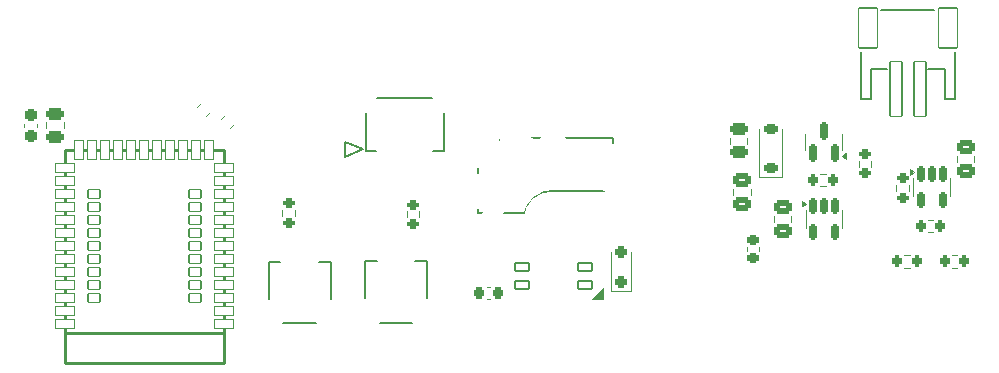
<source format=gbo>
G04 #@! TF.GenerationSoftware,KiCad,Pcbnew,8.0.1*
G04 #@! TF.CreationDate,2024-04-21T21:17:43-05:00*
G04 #@! TF.ProjectId,uC_test_PCB,75435f74-6573-4745-9f50-43422e6b6963,rev?*
G04 #@! TF.SameCoordinates,Original*
G04 #@! TF.FileFunction,Legend,Bot*
G04 #@! TF.FilePolarity,Positive*
%FSLAX46Y46*%
G04 Gerber Fmt 4.6, Leading zero omitted, Abs format (unit mm)*
G04 Created by KiCad (PCBNEW 8.0.1) date 2024-04-21 21:17:43*
%MOMM*%
%LPD*%
G01*
G04 APERTURE LIST*
G04 Aperture macros list*
%AMRoundRect*
0 Rectangle with rounded corners*
0 $1 Rounding radius*
0 $2 $3 $4 $5 $6 $7 $8 $9 X,Y pos of 4 corners*
0 Add a 4 corners polygon primitive as box body*
4,1,4,$2,$3,$4,$5,$6,$7,$8,$9,$2,$3,0*
0 Add four circle primitives for the rounded corners*
1,1,$1+$1,$2,$3*
1,1,$1+$1,$4,$5*
1,1,$1+$1,$6,$7*
1,1,$1+$1,$8,$9*
0 Add four rect primitives between the rounded corners*
20,1,$1+$1,$2,$3,$4,$5,0*
20,1,$1+$1,$4,$5,$6,$7,0*
20,1,$1+$1,$6,$7,$8,$9,0*
20,1,$1+$1,$8,$9,$2,$3,0*%
G04 Aperture macros list end*
%ADD10C,0.150000*%
%ADD11C,0.100000*%
%ADD12C,0.254000*%
%ADD13C,0.127000*%
%ADD14C,0.152400*%
%ADD15C,0.120000*%
%ADD16C,0.203200*%
%ADD17C,1.701800*%
%ADD18C,3.000000*%
%ADD19C,5.000000*%
%ADD20C,0.990600*%
%ADD21R,2.600000X2.600000*%
%ADD22R,2.550000X2.500000*%
%ADD23RoundRect,0.082000X-0.618000X0.328000X-0.618000X-0.328000X0.618000X-0.328000X0.618000X0.328000X0*%
%ADD24R,1.700000X1.700000*%
%ADD25O,1.700000X1.700000*%
%ADD26RoundRect,0.050800X0.800000X0.400000X-0.800000X0.400000X-0.800000X-0.400000X0.800000X-0.400000X0*%
%ADD27RoundRect,0.050800X0.500000X0.350000X-0.500000X0.350000X-0.500000X-0.350000X0.500000X-0.350000X0*%
%ADD28RoundRect,0.050800X-0.800000X-0.400000X0.800000X-0.400000X0.800000X0.400000X-0.800000X0.400000X0*%
%ADD29RoundRect,0.050800X0.400000X-0.800000X0.400000X0.800000X-0.400000X0.800000X-0.400000X-0.800000X0*%
%ADD30R,0.600000X0.850000*%
%ADD31R,0.700000X0.800000*%
%ADD32R,0.609600X1.549400*%
%ADD33R,1.193800X1.803400*%
%ADD34RoundRect,0.150000X-0.150000X0.512500X-0.150000X-0.512500X0.150000X-0.512500X0.150000X0.512500X0*%
%ADD35RoundRect,0.200000X0.200000X0.275000X-0.200000X0.275000X-0.200000X-0.275000X0.200000X-0.275000X0*%
%ADD36RoundRect,0.250000X0.250000X-0.250000X0.250000X0.250000X-0.250000X0.250000X-0.250000X-0.250000X0*%
%ADD37RoundRect,0.225000X0.225000X0.250000X-0.225000X0.250000X-0.225000X-0.250000X0.225000X-0.250000X0*%
%ADD38RoundRect,0.200000X0.275000X-0.200000X0.275000X0.200000X-0.275000X0.200000X-0.275000X-0.200000X0*%
%ADD39RoundRect,0.250000X0.475000X-0.250000X0.475000X0.250000X-0.475000X0.250000X-0.475000X-0.250000X0*%
%ADD40RoundRect,0.250000X-0.475000X0.250000X-0.475000X-0.250000X0.475000X-0.250000X0.475000X0.250000X0*%
%ADD41RoundRect,0.250000X-0.475000X0.337500X-0.475000X-0.337500X0.475000X-0.337500X0.475000X0.337500X0*%
%ADD42RoundRect,0.200000X-0.275000X0.200000X-0.275000X-0.200000X0.275000X-0.200000X0.275000X0.200000X0*%
%ADD43RoundRect,0.200000X0.053033X-0.335876X0.335876X-0.053033X-0.053033X0.335876X-0.335876X0.053033X0*%
%ADD44RoundRect,0.237500X-0.237500X0.300000X-0.237500X-0.300000X0.237500X-0.300000X0.237500X0.300000X0*%
%ADD45RoundRect,0.050800X0.500000X2.300000X-0.500000X2.300000X-0.500000X-2.300000X0.500000X-2.300000X0*%
%ADD46RoundRect,0.050800X-0.800000X1.700000X-0.800000X-1.700000X0.800000X-1.700000X0.800000X1.700000X0*%
%ADD47RoundRect,0.200000X-0.200000X-0.275000X0.200000X-0.275000X0.200000X0.275000X-0.200000X0.275000X0*%
%ADD48RoundRect,0.225000X-0.250000X0.225000X-0.250000X-0.225000X0.250000X-0.225000X0.250000X0.225000X0*%
%ADD49RoundRect,0.225000X0.375000X-0.225000X0.375000X0.225000X-0.375000X0.225000X-0.375000X-0.225000X0*%
%ADD50RoundRect,0.250000X0.475000X-0.337500X0.475000X0.337500X-0.475000X0.337500X-0.475000X-0.337500X0*%
%ADD51RoundRect,0.150000X0.150000X-0.587500X0.150000X0.587500X-0.150000X0.587500X-0.150000X-0.587500X0*%
G04 APERTURE END LIST*
D10*
X153876481Y-113871268D02*
X153876481Y-114252268D01*
X153876481Y-117300268D02*
X153876481Y-117681268D01*
X154257481Y-117681268D02*
X153876481Y-117681268D01*
X156416481Y-111331268D02*
X165306481Y-111331268D01*
X157762319Y-117681268D02*
X156035481Y-117681268D01*
X165306481Y-111331268D02*
X165306481Y-111712268D01*
X165306481Y-114760268D02*
X165306481Y-115776268D01*
X165306481Y-115776268D02*
X160226481Y-115776268D01*
X167226481Y-112716268D02*
X167226481Y-112116268D01*
X153876481Y-113871268D02*
G75*
G02*
X156416481Y-111331268I2540000J0D01*
G01*
X157762320Y-117700228D02*
G75*
G02*
X160226481Y-115776269I2464161J-616040D01*
G01*
D11*
X164426481Y-124915267D02*
X163526481Y-124915267D01*
X164426481Y-124015267D01*
X164426481Y-124915267D01*
G36*
X164426481Y-124915267D02*
G01*
X163526481Y-124915267D01*
X164426481Y-124015267D01*
X164426481Y-124915267D01*
G37*
D12*
X118841731Y-112330268D02*
X132341831Y-112330268D01*
X118841731Y-130330268D02*
X118841731Y-112330268D01*
X132341731Y-127830268D02*
X118841731Y-127830268D01*
X132341831Y-112330268D02*
X132341831Y-130330268D01*
X132341831Y-130330268D02*
X118841731Y-130330268D01*
D13*
X142543738Y-111643267D02*
X142543738Y-112913267D01*
X142543738Y-112913267D02*
X144067738Y-112278267D01*
X144067738Y-112278267D02*
X142543738Y-111643267D01*
X144321738Y-109223306D02*
X144321738Y-112438269D01*
X144321738Y-112438269D02*
X145201690Y-112438269D01*
X149947502Y-107938268D02*
X145295958Y-107938268D01*
X150041770Y-112438269D02*
X150921725Y-112438269D01*
X150921725Y-112438269D02*
X150921725Y-109223306D01*
D14*
X136104731Y-121810268D02*
X136104731Y-124952829D01*
X137094190Y-121810268D02*
X136104731Y-121810268D01*
X137361371Y-127014268D02*
X140102091Y-127014268D01*
X141358731Y-121810268D02*
X140369272Y-121810268D01*
X141358731Y-124952829D02*
X141358731Y-121810268D01*
D15*
X181568731Y-117371318D02*
X181568731Y-118171318D01*
X181568731Y-118971318D02*
X181568731Y-118171318D01*
X184688731Y-117371318D02*
X184688731Y-118171318D01*
X184688731Y-118971318D02*
X184688731Y-118171318D01*
X181618731Y-116871318D02*
X181288731Y-117111318D01*
X181288731Y-116631318D01*
X181618731Y-116871318D01*
G36*
X181618731Y-116871318D02*
G01*
X181288731Y-117111318D01*
X181288731Y-116631318D01*
X181618731Y-116871318D01*
G37*
X193932542Y-121245100D02*
X194407058Y-121245100D01*
X193932542Y-122290100D02*
X194407058Y-122290100D01*
X165087231Y-120980268D02*
X165087231Y-124240268D01*
X165087231Y-124240268D02*
X166787231Y-124240268D01*
X166787231Y-120980268D02*
X166787231Y-124240268D01*
X154593151Y-123902268D02*
X154874311Y-123902268D01*
X154593151Y-124922268D02*
X154874311Y-124922268D01*
D14*
X144261180Y-121743718D02*
X144261180Y-124886279D01*
X145250639Y-121743718D02*
X144261180Y-121743718D01*
X145517820Y-126947718D02*
X148258540Y-126947718D01*
X149515180Y-121743718D02*
X148525721Y-121743718D01*
X149515180Y-124886279D02*
X149515180Y-121743718D01*
D15*
X189263231Y-115324010D02*
X189263231Y-115798526D01*
X190308231Y-115324010D02*
X190308231Y-115798526D01*
X175156931Y-111273216D02*
X175156931Y-111795720D01*
X176626931Y-111273216D02*
X176626931Y-111795720D01*
X117270331Y-110500320D02*
X117270331Y-109977816D01*
X118740331Y-110500320D02*
X118740331Y-109977816D01*
X194384731Y-113370520D02*
X194384731Y-112848016D01*
X195854731Y-113370520D02*
X195854731Y-112848016D01*
X190699731Y-114664268D02*
X190699731Y-115464268D01*
X190699731Y-116264268D02*
X190699731Y-115464268D01*
X193819731Y-114664268D02*
X193819731Y-115464268D01*
X193819731Y-116264268D02*
X193819731Y-115464268D01*
X190749731Y-114164268D02*
X190419731Y-114404268D01*
X190419731Y-113924268D01*
X190749731Y-114164268D01*
G36*
X190749731Y-114164268D02*
G01*
X190419731Y-114404268D01*
X190419731Y-113924268D01*
X190749731Y-114164268D01*
G37*
X147810431Y-118006926D02*
X147810431Y-117532410D01*
X148855431Y-118006926D02*
X148855431Y-117532410D01*
X137269431Y-117880926D02*
X137269431Y-117406410D01*
X138314431Y-117880926D02*
X138314431Y-117406410D01*
X132434034Y-109397038D02*
X132098501Y-109732571D01*
X133172961Y-110135965D02*
X132837428Y-110471498D01*
X130402034Y-108381038D02*
X130066501Y-108716571D01*
X131140961Y-109119965D02*
X130805428Y-109455498D01*
X115437931Y-110410735D02*
X115437931Y-110118201D01*
X116457931Y-110410735D02*
X116457931Y-110118201D01*
D16*
X186220600Y-104005000D02*
X186220600Y-108005000D01*
X186220600Y-108005000D02*
X187070600Y-108005000D01*
X187070600Y-105505000D02*
X188470600Y-105505000D01*
X187070600Y-108005000D02*
X187070600Y-105505000D01*
X191970600Y-105505000D02*
X193370600Y-105505000D01*
X192470600Y-100505000D02*
X187970600Y-100505000D01*
X193370600Y-105505000D02*
X193370600Y-108005000D01*
X193370600Y-108005000D02*
X194220600Y-108005000D01*
X194220600Y-108005000D02*
X194220600Y-104005000D01*
D15*
X192372989Y-118250968D02*
X191898473Y-118250968D01*
X192372989Y-119295968D02*
X191898473Y-119295968D01*
X176626531Y-120844448D02*
X176626531Y-120563288D01*
X177646531Y-120844448D02*
X177646531Y-120563288D01*
X186088231Y-113727526D02*
X186088231Y-113253010D01*
X187133231Y-113727526D02*
X187133231Y-113253010D01*
X177609731Y-110570268D02*
X177609731Y-114580268D01*
X177609731Y-114580268D02*
X179609731Y-114580268D01*
X179609731Y-110570268D02*
X179609731Y-114580268D01*
X189932542Y-121245100D02*
X190407058Y-121245100D01*
X189932542Y-122290100D02*
X190407058Y-122290100D01*
X178893731Y-118432570D02*
X178893731Y-117910066D01*
X180363731Y-118432570D02*
X180363731Y-117910066D01*
X175461731Y-115642016D02*
X175461731Y-116164520D01*
X176931731Y-115642016D02*
X176931731Y-116164520D01*
X183291989Y-114364768D02*
X182817473Y-114364768D01*
X183291989Y-115409768D02*
X182817473Y-115409768D01*
X181555731Y-111013768D02*
X181555731Y-111663768D01*
X181555731Y-112313768D02*
X181555731Y-111663768D01*
X184675731Y-111013768D02*
X184675731Y-111663768D01*
X184675731Y-112313768D02*
X184675731Y-111663768D01*
X184955731Y-113066268D02*
X184625731Y-112826268D01*
X184955731Y-112586268D01*
X184955731Y-113066268D01*
G36*
X184955731Y-113066268D02*
G01*
X184625731Y-112826268D01*
X184955731Y-112586268D01*
X184955731Y-113066268D01*
G37*
%LPC*%
D17*
X165726481Y-118316268D03*
X165306481Y-118316268D03*
D18*
X165226481Y-114566268D03*
X165226481Y-114516268D03*
X164626481Y-113616268D03*
X162766481Y-113236268D03*
D19*
X160226481Y-118316268D03*
D18*
X160226481Y-112416268D03*
X157626481Y-112566268D03*
X156416481Y-115776268D03*
D17*
X155146481Y-118316268D03*
D20*
X155006481Y-122516268D03*
D17*
X154726481Y-118316268D03*
D21*
X168501481Y-114516268D03*
X167901481Y-113616268D03*
D22*
X166516481Y-113236268D03*
D21*
X156951481Y-112416268D03*
X154351481Y-112566268D03*
D22*
X152666481Y-115776268D03*
D23*
X157526481Y-122265267D03*
X157526481Y-123765267D03*
X162926481Y-123765267D03*
X162926481Y-122265267D03*
D24*
X105410000Y-112776000D03*
D25*
X105410000Y-115316000D03*
X105410000Y-117856000D03*
X105410000Y-120396000D03*
X105410000Y-122936000D03*
X105410000Y-125476000D03*
D24*
X171958000Y-106426000D03*
D25*
X174498000Y-106426000D03*
X177038000Y-106426000D03*
X179578000Y-106426000D03*
D24*
X170180000Y-125222000D03*
D26*
X118841731Y-127030268D03*
X118841731Y-125930168D03*
X118841731Y-124830368D03*
X118841731Y-123730268D03*
X118841731Y-122630268D03*
X118841731Y-121530368D03*
X118841731Y-120430368D03*
X118841731Y-119330268D03*
X118841731Y-118230168D03*
X118841731Y-117130368D03*
X118841731Y-116030268D03*
X118841731Y-114930168D03*
X118841731Y-113830168D03*
D27*
X121341631Y-124830368D03*
X121341631Y-123730268D03*
X121341631Y-122630268D03*
X121341631Y-121530168D03*
X121341631Y-120430368D03*
X121341631Y-119330268D03*
X121341631Y-118230168D03*
X121341631Y-117130368D03*
X121341631Y-116030268D03*
X129841731Y-124830368D03*
X129841731Y-123730268D03*
X129841731Y-122630268D03*
X129841731Y-121530168D03*
X129841731Y-120430368D03*
X129841731Y-119330268D03*
X129841731Y-118230168D03*
X129841731Y-117130368D03*
X129841731Y-116030268D03*
D28*
X132341831Y-127030268D03*
X132341831Y-125930168D03*
X132341831Y-124830368D03*
X132341831Y-123730268D03*
X132341831Y-122630268D03*
X132341831Y-121530368D03*
X132341831Y-120430368D03*
X132341831Y-119330268D03*
X132341831Y-118230168D03*
X132341831Y-117130368D03*
X132341831Y-116030268D03*
X132341831Y-114930168D03*
X132341831Y-113830168D03*
D29*
X131091631Y-112330268D03*
X129991831Y-112330268D03*
X128891731Y-112330268D03*
X127791631Y-112330268D03*
X126691831Y-112330268D03*
X125591831Y-112330268D03*
X124491731Y-112330268D03*
X123391631Y-112330268D03*
X122291831Y-112330268D03*
X121191731Y-112330268D03*
X120091631Y-112330268D03*
D24*
X116332000Y-100330000D03*
D25*
X118872000Y-100330000D03*
X121412000Y-100330000D03*
X123952000Y-100330000D03*
X126492000Y-100330000D03*
X129032000Y-100330000D03*
X131572000Y-100330000D03*
X134112000Y-100330000D03*
X136652000Y-100330000D03*
X139192000Y-100330000D03*
X141732000Y-100330000D03*
X144272000Y-100330000D03*
X146812000Y-100330000D03*
X149352000Y-100330000D03*
X151892000Y-100330000D03*
X154432000Y-100330000D03*
D30*
X145821730Y-112278267D03*
X147021730Y-112278267D03*
X148221730Y-112278267D03*
X149421730Y-112278267D03*
D31*
X144671730Y-108503266D03*
X150571731Y-108503266D03*
D32*
X139731732Y-122312268D03*
X138731731Y-122312268D03*
X137731730Y-122312268D03*
D33*
X141031731Y-126187269D03*
X136431731Y-126187269D03*
D34*
X182178731Y-117033818D03*
X183128731Y-117033818D03*
X184078731Y-117033818D03*
X184078731Y-119308818D03*
X182178731Y-119308818D03*
D35*
X194994800Y-121767600D03*
X193344800Y-121767600D03*
D36*
X165937231Y-123480268D03*
X165937231Y-120980268D03*
D37*
X155508731Y-124412268D03*
X153958731Y-124412268D03*
D32*
X147888181Y-122245718D03*
X146888180Y-122245718D03*
X145888179Y-122245718D03*
D33*
X149188180Y-126120719D03*
X144588180Y-126120719D03*
D38*
X189785731Y-116386268D03*
X189785731Y-114736268D03*
D39*
X175891931Y-112484468D03*
X175891931Y-110584468D03*
D40*
X118005331Y-109289068D03*
X118005331Y-111189068D03*
D41*
X195119731Y-112071768D03*
X195119731Y-114146768D03*
D34*
X191309731Y-114326768D03*
X192259731Y-114326768D03*
X193209731Y-114326768D03*
X193209731Y-116601768D03*
X191309731Y-116601768D03*
D42*
X148332931Y-116944668D03*
X148332931Y-118594668D03*
X137791931Y-116818668D03*
X137791931Y-118468668D03*
D43*
X132052368Y-110517631D03*
X133219094Y-109350905D03*
X130020368Y-109501631D03*
X131187094Y-108334905D03*
D44*
X115947931Y-109401968D03*
X115947931Y-111126968D03*
D45*
X191220600Y-107205000D03*
X189220600Y-107205000D03*
D46*
X193620600Y-102005000D03*
X186820600Y-102005000D03*
D47*
X191310731Y-118773468D03*
X192960731Y-118773468D03*
D48*
X177136531Y-119928868D03*
X177136531Y-121478868D03*
D42*
X186610731Y-112665268D03*
X186610731Y-114315268D03*
D49*
X178609731Y-113870268D03*
X178609731Y-110570268D03*
D35*
X190994800Y-121767600D03*
X189344800Y-121767600D03*
D41*
X179628731Y-117133818D03*
X179628731Y-119208818D03*
D50*
X176196731Y-116940768D03*
X176196731Y-114865768D03*
D47*
X182229731Y-114887268D03*
X183879731Y-114887268D03*
D51*
X184065731Y-112601268D03*
X182165731Y-112601268D03*
X183115731Y-110726268D03*
%LPD*%
M02*

</source>
